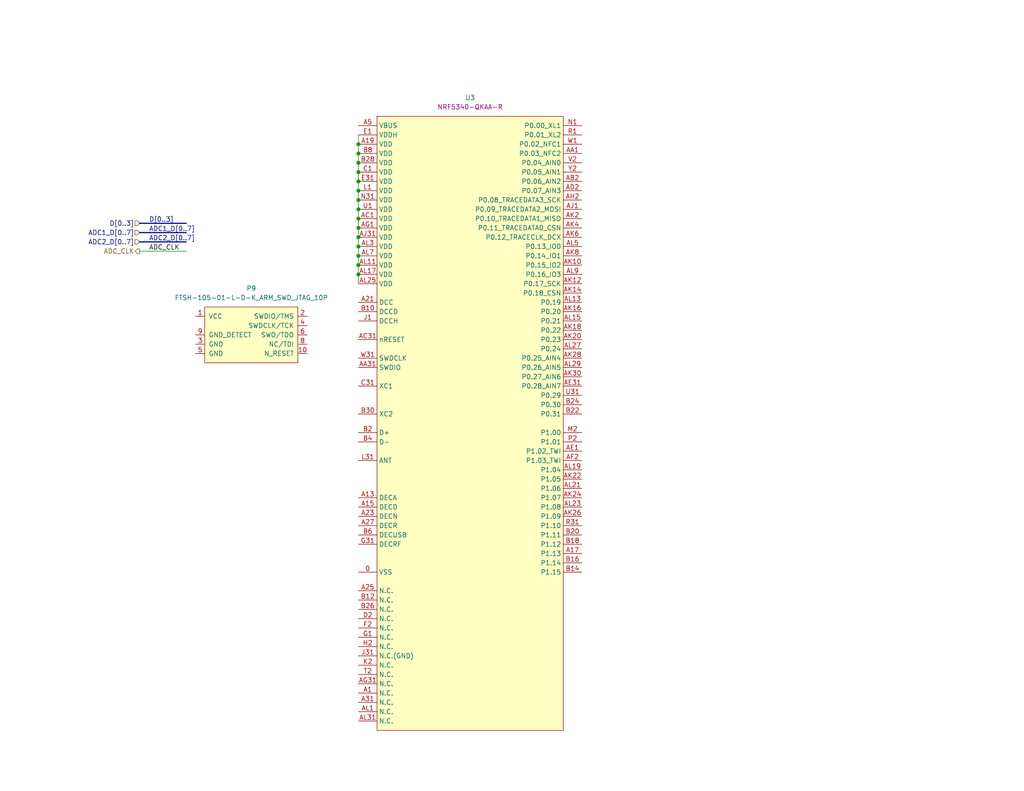
<source format=kicad_sch>
(kicad_sch (version 20231120) (generator "eeschema") (generator_version "8.0")
  (paper "A")
  (lib_symbols
    (symbol "bh:FTSH-105-01-L-D-K_ARM_SWD_JTAG_10P" (pin_names (offset 1.016)) (exclude_from_sim yes)
      (property "Reference" "P" (at 0 0 0))
      (property "Value" "FTSH-105-01-L-D-K_ARM_SWD_JTAG_10P" (at 0 0 0))
      (symbol "FTSH-105-01-L-D-K_ARM_SWD_JTAG_10P_0_0"
        (rectangle (start 0 0) (end 25.4 -15.24) (fill (type background)))
      )
      (symbol "FTSH-105-01-L-D-K_ARM_SWD_JTAG_10P_1_1"
        (pin passive line (at -2.54 -2.54 0) (length 2.54) (name "VCC") (number "1"))
        (pin bidirectional line (at 27.94 -12.7 180) (length 2.54) (name "N_RESET") (number "10"))
        (pin bidirectional line (at 27.94 -2.54 180) (length 2.54) (name "SWDIO/TMS") (number "2"))
        (pin power_in line (at -2.54 -10.16 0) (length 2.54) (name "GND") (number "3"))
        (pin bidirectional line (at 27.94 -5.08 180) (length 2.54) (name "SWDCLK/TCK") (number "4"))
        (pin power_in line (at -2.54 -12.7 0) (length 2.54) (name "GND") (number "5"))
        (pin bidirectional line (at 27.94 -7.62 180) (length 2.54) (name "SWO/TDO") (number "6"))
        (pin bidirectional line (at 27.94 -10.16 180) (length 2.54) (name "NC/TDI") (number "8"))
        (pin passive line (at -2.54 -7.62 0) (length 2.54) (name "GND_DETECT") (number "9"))
      )
    )
    (symbol "bh:NRF5340-QKAA-R"
      (property "Reference" "U" (at 0 0 0))
      (property "mpn" "NRF5340-QKAA-R" (at 0 0 0))
      (symbol "NRF5340-QKAA-R_0_1"
        (rectangle (start 0 0) (end 50.8 -167.64) (fill (type background)))
      )
      (symbol "NRF5340-QKAA-R_1_1"
        (pin power_in line (at -5.08 -124.46 0) (length 5.08) (name "VSS") (number "0"))
        (pin unspecified line (at -5.08 -157.48 0) (length 5.08) (name "N.C.") (number "A1"))
        (pin power_out line (at -5.08 -104.14 0) (length 5.08) (name "DECA") (number "A13"))
        (pin power_out line (at -5.08 -106.68 0) (length 5.08) (name "DECD") (number "A15"))
        (pin bidirectional line (at 55.88 -119.38 180) (length 5.08) (name "P1.13") (number "A17"))
        (pin power_in line (at -5.08 -7.62 0) (length 5.08) (name "VDD") (number "A19"))
        (pin power_out line (at -5.08 -50.8 0) (length 5.08) (name "DCC") (number "A21"))
        (pin power_out line (at -5.08 -109.22 0) (length 5.08) (name "DECN") (number "A23"))
        (pin unspecified line (at -5.08 -129.54 0) (length 5.08) (name "N.C.") (number "A25"))
        (pin power_out line (at -5.08 -111.76 0) (length 5.08) (name "DECR") (number "A27"))
        (pin unspecified line (at -5.08 -160.02 0) (length 5.08) (name "N.C.") (number "A31"))
        (pin power_in line (at -5.08 -2.54 0) (length 5.08) (name "VBUS") (number "A5"))
        (pin bidirectional line (at 55.88 -10.16 180) (length 5.08) (name "P0.03_NFC2") (number "AA1"))
        (pin bidirectional line (at -5.08 -68.58 0) (length 5.08) (name "SWDIO") (number "AA31"))
        (pin bidirectional line (at 55.88 -17.78 180) (length 5.08) (name "P0.06_AIN2") (number "AB2"))
        (pin power_in line (at -5.08 -27.94 0) (length 5.08) (name "VDD") (number "AC1"))
        (pin input line (at -5.08 -60.96 0) (length 5.08) (name "nRESET") (number "AC31"))
        (pin bidirectional line (at 55.88 -20.32 180) (length 5.08) (name "P0.07_AIN3") (number "AD2"))
        (pin bidirectional line (at 55.88 -91.44 180) (length 5.08) (name "P1.02_TWI") (number "AE1"))
        (pin bidirectional line (at 55.88 -73.66 180) (length 5.08) (name "P0.28_AIN7") (number "AE31"))
        (pin bidirectional line (at 55.88 -93.98 180) (length 5.08) (name "P1.03_TWI") (number "AF2"))
        (pin power_in line (at -5.08 -30.48 0) (length 5.08) (name "VDD") (number "AG1"))
        (pin unspecified line (at -5.08 -154.94 0) (length 5.08) (name "N.C.") (number "AG31"))
        (pin bidirectional line (at 55.88 -22.86 180) (length 5.08) (name "P0.08_TRACEDATA3_SCK") (number "AH2"))
        (pin bidirectional line (at 55.88 -25.4 180) (length 5.08) (name "P0.09_TRACEDATA2_MOSI") (number "AJ1"))
        (pin power_in line (at -5.08 -33.02 0) (length 5.08) (name "VDD") (number "AJ31"))
        (pin bidirectional line (at 55.88 -40.64 180) (length 5.08) (name "P0.15_IO2") (number "AK10"))
        (pin bidirectional line (at 55.88 -45.72 180) (length 5.08) (name "P0.17_SCK") (number "AK12"))
        (pin bidirectional line (at 55.88 -48.26 180) (length 5.08) (name "P0.18_CSN") (number "AK14"))
        (pin bidirectional line (at 55.88 -53.34 180) (length 5.08) (name "P0.20") (number "AK16"))
        (pin bidirectional line (at 55.88 -58.42 180) (length 5.08) (name "P0.22") (number "AK18"))
        (pin bidirectional line (at 55.88 -27.94 180) (length 5.08) (name "P0.10_TRACEDATA1_MISO") (number "AK2"))
        (pin bidirectional line (at 55.88 -60.96 180) (length 5.08) (name "P0.23") (number "AK20"))
        (pin bidirectional line (at 55.88 -99.06 180) (length 5.08) (name "P1.05") (number "AK22"))
        (pin bidirectional line (at 55.88 -104.14 180) (length 5.08) (name "P1.07") (number "AK24"))
        (pin bidirectional line (at 55.88 -109.22 180) (length 5.08) (name "P1.09") (number "AK26"))
        (pin bidirectional line (at 55.88 -66.04 180) (length 5.08) (name "P0.25_AIN4") (number "AK28"))
        (pin bidirectional line (at 55.88 -71.12 180) (length 5.08) (name "P0.27_AIN6") (number "AK30"))
        (pin bidirectional line (at 55.88 -30.48 180) (length 5.08) (name "P0.11_TRACEDATA0_CSN") (number "AK4"))
        (pin bidirectional line (at 55.88 -33.02 180) (length 5.08) (name "P0.12_TRACECLK_DCX") (number "AK6"))
        (pin bidirectional line (at 55.88 -38.1 180) (length 5.08) (name "P0.14_IO1") (number "AK8"))
        (pin unspecified line (at -5.08 -162.56 0) (length 5.08) (name "N.C.") (number "AL1"))
        (pin power_in line (at -5.08 -40.64 0) (length 5.08) (name "VDD") (number "AL11"))
        (pin bidirectional line (at 55.88 -50.8 180) (length 5.08) (name "P0.19") (number "AL13"))
        (pin bidirectional line (at 55.88 -55.88 180) (length 5.08) (name "P0.21") (number "AL15"))
        (pin power_in line (at -5.08 -43.18 0) (length 5.08) (name "VDD") (number "AL17"))
        (pin bidirectional line (at 55.88 -96.52 180) (length 5.08) (name "P1.04") (number "AL19"))
        (pin bidirectional line (at 55.88 -101.6 180) (length 5.08) (name "P1.06") (number "AL21"))
        (pin bidirectional line (at 55.88 -106.68 180) (length 5.08) (name "P1.08") (number "AL23"))
        (pin power_in line (at -5.08 -45.72 0) (length 5.08) (name "VDD") (number "AL25"))
        (pin bidirectional line (at 55.88 -63.5 180) (length 5.08) (name "P0.24") (number "AL27"))
        (pin bidirectional line (at 55.88 -68.58 180) (length 5.08) (name "P0.26_AIN5") (number "AL29"))
        (pin power_in line (at -5.08 -35.56 0) (length 5.08) (name "VDD") (number "AL3"))
        (pin unspecified line (at -5.08 -165.1 0) (length 5.08) (name "N.C.") (number "AL31"))
        (pin bidirectional line (at 55.88 -35.56 180) (length 5.08) (name "P0.13_IO0") (number "AL5"))
        (pin power_in line (at -5.08 -38.1 0) (length 5.08) (name "VDD") (number "AL7"))
        (pin bidirectional line (at 55.88 -43.18 180) (length 5.08) (name "P0.16_IO3") (number "AL9"))
        (pin power_out line (at -5.08 -53.34 0) (length 5.08) (name "DCCD") (number "B10"))
        (pin unspecified line (at -5.08 -132.08 0) (length 5.08) (name "N.C.") (number "B12"))
        (pin bidirectional line (at 55.88 -124.46 180) (length 5.08) (name "P1.15") (number "B14"))
        (pin bidirectional line (at 55.88 -121.92 180) (length 5.08) (name "P1.14") (number "B16"))
        (pin bidirectional line (at 55.88 -116.84 180) (length 5.08) (name "P1.12") (number "B18"))
        (pin bidirectional line (at -5.08 -86.36 0) (length 5.08) (name "D+") (number "B2"))
        (pin bidirectional line (at 55.88 -114.3 180) (length 5.08) (name "P1.11") (number "B20"))
        (pin bidirectional line (at 55.88 -81.28 180) (length 5.08) (name "P0.31") (number "B22"))
        (pin bidirectional line (at 55.88 -78.74 180) (length 5.08) (name "P0.30") (number "B24"))
        (pin unspecified line (at -5.08 -134.62 0) (length 5.08) (name "N.C.") (number "B26"))
        (pin power_in line (at -5.08 -12.7 0) (length 5.08) (name "VDD") (number "B28"))
        (pin input line (at -5.08 -81.28 0) (length 5.08) (name "XC2") (number "B30"))
        (pin bidirectional line (at -5.08 -88.9 0) (length 5.08) (name "D-") (number "B4"))
        (pin power_out line (at -5.08 -114.3 0) (length 5.08) (name "DECUSB") (number "B6"))
        (pin power_in line (at -5.08 -10.16 0) (length 5.08) (name "VDD") (number "B8"))
        (pin power_in line (at -5.08 -15.24 0) (length 5.08) (name "VDD") (number "C1"))
        (pin input line (at -5.08 -73.66 0) (length 5.08) (name "XC1") (number "C31"))
        (pin unspecified line (at -5.08 -137.16 0) (length 5.08) (name "N.C.") (number "D2"))
        (pin power_in line (at -5.08 -5.08 0) (length 5.08) (name "VDDH") (number "E1"))
        (pin power_in line (at -5.08 -17.78 0) (length 5.08) (name "VDD") (number "E31"))
        (pin unspecified line (at -5.08 -139.7 0) (length 5.08) (name "N.C.") (number "F2"))
        (pin unspecified line (at -5.08 -142.24 0) (length 5.08) (name "N.C.") (number "G1"))
        (pin power_in line (at -5.08 -116.84 0) (length 5.08) (name "DECRF") (number "G31"))
        (pin unspecified line (at -5.08 -144.78 0) (length 5.08) (name "N.C.") (number "H2"))
        (pin power_out line (at -5.08 -55.88 0) (length 5.08) (name "DCCH") (number "J1"))
        (pin passive line (at -5.08 -147.32 0) (length 5.08) (name "N.C.(GND)") (number "J31"))
        (pin unspecified line (at -5.08 -149.86 0) (length 5.08) (name "N.C.") (number "K2"))
        (pin power_in line (at -5.08 -20.32 0) (length 5.08) (name "VDD") (number "L1"))
        (pin bidirectional line (at -5.08 -93.98 0) (length 5.08) (name "ANT") (number "L31"))
        (pin bidirectional line (at 55.88 -86.36 180) (length 5.08) (name "P1.00") (number "M2"))
        (pin bidirectional line (at 55.88 -2.54 180) (length 5.08) (name "P0.00_XL1") (number "N1"))
        (pin power_in line (at -5.08 -22.86 0) (length 5.08) (name "VDD") (number "N31"))
        (pin bidirectional line (at 55.88 -88.9 180) (length 5.08) (name "P1.01") (number "P2"))
        (pin bidirectional line (at 55.88 -5.08 180) (length 5.08) (name "P0.01_XL2") (number "R1"))
        (pin bidirectional line (at 55.88 -111.76 180) (length 5.08) (name "P1.10") (number "R31"))
        (pin unspecified line (at -5.08 -152.4 0) (length 5.08) (name "N.C.") (number "T2"))
        (pin power_in line (at -5.08 -25.4 0) (length 5.08) (name "VDD") (number "U1"))
        (pin bidirectional line (at 55.88 -76.2 180) (length 5.08) (name "P0.29") (number "U31"))
        (pin bidirectional line (at 55.88 -12.7 180) (length 5.08) (name "P0.04_AIN0") (number "V2"))
        (pin bidirectional line (at 55.88 -7.62 180) (length 5.08) (name "P0.02_NFC1") (number "W1"))
        (pin input line (at -5.08 -66.04 0) (length 5.08) (name "SWDCLK") (number "W31"))
        (pin bidirectional line (at 55.88 -15.24 180) (length 5.08) (name "P0.05_AIN1") (number "Y2"))
      )
    )
  )
  (junction (at 97.79 52.07))
  (junction (at 97.79 72.39))
  (junction (at 97.79 59.69))
  (junction (at 97.79 46.99))
  (junction (at 97.79 41.91))
  (junction (at 97.79 69.85))
  (junction (at 97.79 44.45))
  (junction (at 97.79 74.93))
  (junction (at 97.79 62.23))
  (junction (at 97.79 54.61))
  (junction (at 97.79 67.31))
  (junction (at 97.79 39.37))
  (junction (at 97.79 64.77))
  (junction (at 97.79 57.15))
  (junction (at 97.79 49.53))
  (wire (pts (xy 97.79 36.83) (xy 97.79 39.37)))
  (wire (pts (xy 97.79 57.15) (xy 97.79 59.69)))
  (bus (pts (xy 38.1 66.04) (xy 50.8 66.04)))
  (wire (pts (xy 97.79 41.91) (xy 97.79 44.45)))
  (wire (pts (xy 97.79 69.85) (xy 97.79 72.39)))
  (wire (pts (xy 97.79 62.23) (xy 97.79 64.77)))
  (wire (pts (xy 97.79 74.93) (xy 97.79 77.47)))
  (wire (pts (xy 97.79 59.69) (xy 97.79 62.23)))
  (wire (pts (xy 97.79 39.37) (xy 97.79 41.91)))
  (wire (pts (xy 97.79 52.07) (xy 97.79 54.61)))
  (wire (pts (xy 97.79 49.53) (xy 97.79 52.07)))
  (bus (pts (xy 38.1 63.5) (xy 50.8 63.5)))
  (wire (pts (xy 97.79 46.99) (xy 97.79 49.53)))
  (bus (pts (xy 38.1 60.96) (xy 50.8 60.96)))
  (wire (pts (xy 97.79 72.39) (xy 97.79 74.93)))
  (wire (pts (xy 97.79 44.45) (xy 97.79 46.99)))
  (wire (pts (xy 97.79 54.61) (xy 97.79 57.15)))
  (wire (pts (xy 97.79 67.31) (xy 97.79 69.85)))
  (wire (pts (xy 97.79 64.77) (xy 97.79 67.31)))
  (wire (pts (xy 38.1 68.58) (xy 50.8 68.58)))
  (label "ADC2_D[0..7]" (at 40.64 66.04 0))
  (label "ADC_CLK" (at 40.64 68.58 0))
  (label "ADC1_D[0..7]" (at 40.64 63.5 0))
  (label "D[0..3]" (at 40.64 60.96 0))
  (hierarchical_label "ADC1_D[0..7]" (shape input) (at 38.1 63.5 180))
  (hierarchical_label "D[0..3]" (shape input) (at 38.1 60.96 180))
  (hierarchical_label "ADC2_D[0..7]" (shape input) (at 38.1 66.04 180))
  (hierarchical_label "ADC_CLK" (shape output) (at 38.1 68.58 180))
  (symbol (lib_id "bh:NRF5340-QKAA-R") (at 102.87 31.75 0) (unit 1)
    (property "Reference" "U3" (at 128.27 26.67 0))
    (property "Footprint" "common:QFN40P700X700X85-94P" (effects (hide yes)))
    (property "Datasheet" "https://infocenter.nordicsemi.com/pdf/nRF5340_PS_v1.1.pdf" (effects (hide yes)))
    (property "Description" "MCU, Bluetooth 5.2, 94-QFN" (effects (hide yes)))
    (property "mfr" "Nordic Semiconductor" (effects (hide yes)))
    (property "mpn" "NRF5340-QKAA-R" (at 128.27 29.21 0))
  )
  (symbol (lib_id "bh:FTSH-105-01-L-D-K_ARM_SWD_JTAG_10P") (at 55.88 83.82 0) (unit 1) (exclude_from_sim yes)
    (property "Reference" "P9" (at 68.58 78.74 0))
    (property "Value" "FTSH-105-01-L-D-K_ARM_SWD_JTAG_10P" (at 68.58 81.28 0))
    (property "Footprint" "common:PinHeader_2x05_P1.27mm_Vertical-Samtec_FTSH-105-01-F-DV-K-A" (effects (hide yes)))
    (property "Description" "Connector, Header, 0.050\", 2x5, SWD/JTAG" (effects (hide yes)))
    (property "mfr" "Samtec, Inc." (effects (hide yes)))
    (property "mpn" "FTSH-105-01-L-D-K" (effects (hide yes)))
    (property "Supplier" "Samtec, Inc." (effects (hide yes)))
    (property "SupplierPartNumber" "FTSH-105-01-L-D-K" (effects (hide yes)))
  )
)
</source>
